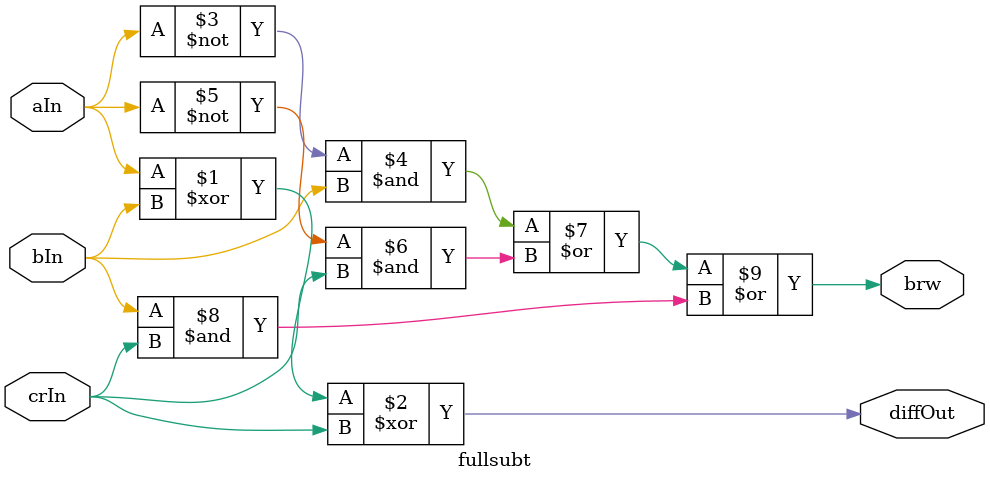
<source format=v>
module subt_bit16 (
	input [15:0] aIn, bIn,
	input crIn,
	output [15:0] diffOut,
	output brw
);
wire w;
subt8bit ubt8bit0(aIn[7:0], bIn[7:0], crIn, diffOut[7:0], w);
subt8bit ubt8bit1(aIn[15:8], bIn[15:8], w, diffOut[15:8], brw);
endmodule


module subt8bit (
	input [7:0] aIn, bIn,
	input crIn,
	output [7:0] diffOut,
	output brw
);

wire w;
subt4bit sub4bit0(aIn[3:0], bIn[3:0], crIn, diffOut[3:0], w);
subt4bit sub4bit1(aIn[7:4], bIn[7:4], w, diffOut[7:4], brw);
endmodule



module subt4bit (
	input [3:0] aIn, bIn,
	input crIn,
	output [3:0] diffOut,
	output brw
);
wire [2:0] w;

fullsubt S0 (aIn[0], bIn[0], crIn, diffOut[0], w[0]);
fullsubt S1 (aIn[1], bIn[1], w[0], diffOut[1], w[1]);
fullsubt S2 (aIn[0], bIn[0], w[1], diffOut[2], w[2]);
fullsubt S3 (aIn[0], bIn[0], w[2], diffOut[3], brw);

endmodule






module fullsubt (
	input aIn, bIn,
	input crIn,
	output diffOut,
	output brw
); 

assign diffOut = aIn ^ bIn ^ crIn;
assign brw = ((~aIn)&bIn | ((~aIn)&crIn) | (bIn&crIn));
endmodule

 
</source>
